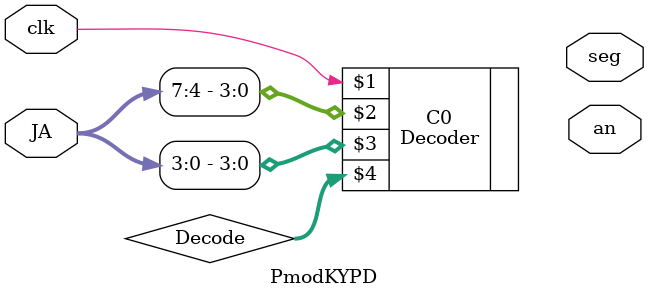
<source format=v>
`timescale 1ns / 1ps

module PmodKYPD(
    clk,
    JA,
    an,
    seg
    );


	input clk;					// 100Mhz onboard clock
	inout [7:0] JA;			// Port JA on Nexys3, JA[3:0] is Columns, JA[10:7] is rows
	output [3:0] an;			// Anodes on seven segment display
	output [6:0] seg;			// Cathodes on seven segment display

	// Output wires
	wire [3:0] an;
	wire [6:0] seg;

	wire [3:0] Decode;

	Decoder C0(
			clk,
			JA[7:4],
			JA[3:0],
			Decode
	);

 // add in modules for display

endmodule

</source>
